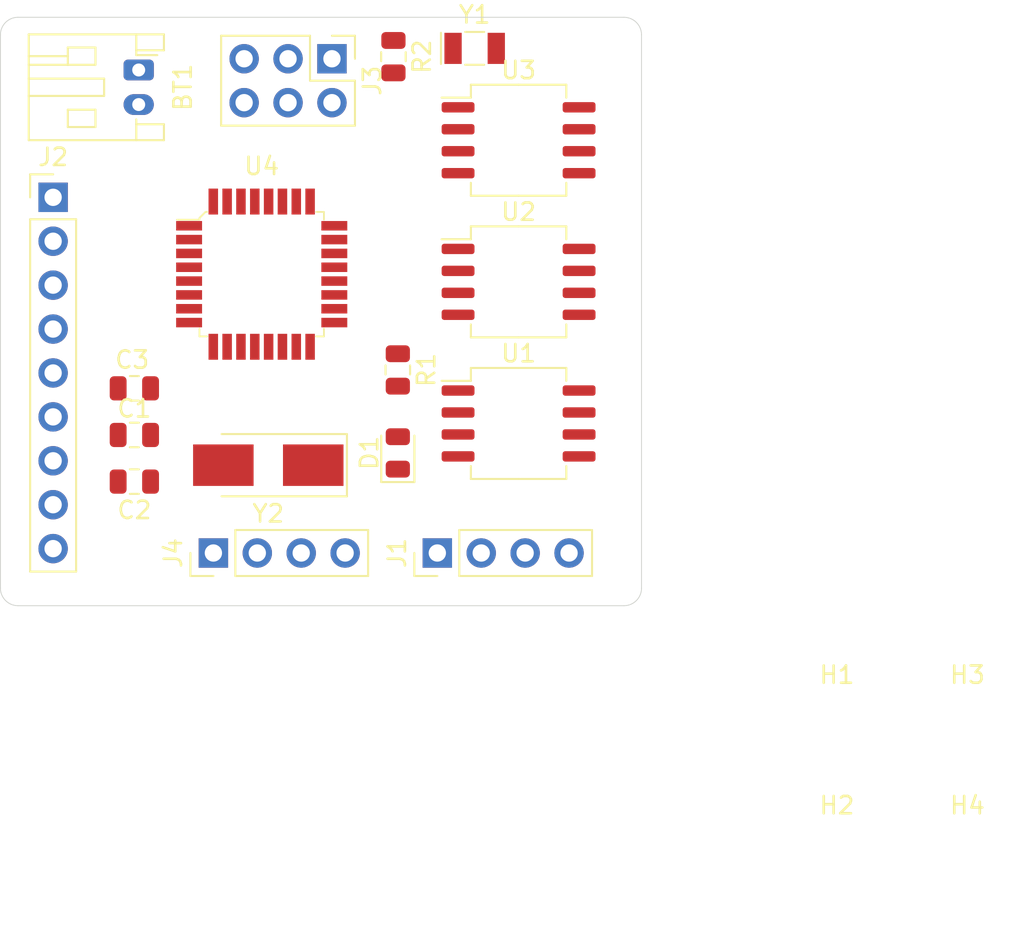
<source format=kicad_pcb>
(kicad_pcb (version 20171130) (host pcbnew 5.1.6)

  (general
    (thickness 1.6)
    (drawings 8)
    (tracks 0)
    (zones 0)
    (modules 21)
    (nets 32)
  )

  (page A4)
  (title_block
    (title BACEE)
    (date 2020-06-28)
    (rev 1)
    (company UFS)
    (comment 1 "Designed by Raphael Cardoso")
    (comment 2 "Battery powered arduino clone with clock and extended eeprom")
  )

  (layers
    (0 F.Cu signal)
    (31 B.Cu signal)
    (32 B.Adhes user)
    (33 F.Adhes user)
    (34 B.Paste user)
    (35 F.Paste user)
    (36 B.SilkS user)
    (37 F.SilkS user)
    (38 B.Mask user)
    (39 F.Mask user)
    (40 Dwgs.User user)
    (41 Cmts.User user)
    (42 Eco1.User user)
    (43 Eco2.User user)
    (44 Edge.Cuts user)
    (45 Margin user)
    (46 B.CrtYd user)
    (47 F.CrtYd user)
    (48 B.Fab user)
    (49 F.Fab user hide)
  )

  (setup
    (last_trace_width 0.25)
    (user_trace_width 0.3)
    (trace_clearance 0.2)
    (zone_clearance 0.508)
    (zone_45_only no)
    (trace_min 0.2)
    (via_size 0.8)
    (via_drill 0.4)
    (via_min_size 0.4)
    (via_min_drill 0.3)
    (user_via 1 0.6)
    (uvia_size 0.3)
    (uvia_drill 0.1)
    (uvias_allowed no)
    (uvia_min_size 0.2)
    (uvia_min_drill 0.1)
    (edge_width 0.05)
    (segment_width 0.2)
    (pcb_text_width 0.3)
    (pcb_text_size 1.5 1.5)
    (mod_edge_width 0.12)
    (mod_text_size 1 1)
    (mod_text_width 0.15)
    (pad_size 1.524 1.524)
    (pad_drill 0.762)
    (pad_to_mask_clearance 0.05)
    (aux_axis_origin 0 0)
    (visible_elements FFFFFF7F)
    (pcbplotparams
      (layerselection 0x010fc_ffffffff)
      (usegerberextensions false)
      (usegerberattributes true)
      (usegerberadvancedattributes true)
      (creategerberjobfile true)
      (excludeedgelayer true)
      (linewidth 0.100000)
      (plotframeref false)
      (viasonmask false)
      (mode 1)
      (useauxorigin false)
      (hpglpennumber 1)
      (hpglpenspeed 20)
      (hpglpendiameter 15.000000)
      (psnegative false)
      (psa4output false)
      (plotreference true)
      (plotvalue true)
      (plotinvisibletext false)
      (padsonsilk false)
      (subtractmaskfromsilk false)
      (outputformat 1)
      (mirror false)
      (drillshape 1)
      (scaleselection 1)
      (outputdirectory ""))
  )

  (net 0 "")
  (net 1 /VCC)
  (net 2 GND)
  (net 3 "Net-(C1-Pad1)")
  (net 4 "Net-(C2-Pad1)")
  (net 5 "Net-(D1-Pad2)")
  (net 6 /TX)
  (net 7 /RX)
  (net 8 /D2)
  (net 9 /D3)
  (net 10 /D4)
  (net 11 /D5)
  (net 12 /D6)
  (net 13 /D7)
  (net 14 /D8)
  (net 15 /MISO)
  (net 16 /SCK)
  (net 17 /MOSI)
  (net 18 /RESET)
  (net 19 /SDA)
  (net 20 "Net-(R1-Pad1)")
  (net 21 /ADSS1)
  (net 22 /ADSS2)
  (net 23 "Net-(U3-Pad7)")
  (net 24 "Net-(U3-Pad2)")
  (net 25 "Net-(U3-Pad1)")
  (net 26 "Net-(U4-Pad13)")
  (net 27 "Net-(U4-Pad14)")
  (net 28 "Net-(U4-Pad19)")
  (net 29 "Net-(U4-Pad22)")
  (net 30 "Net-(U4-Pad25)")
  (net 31 "Net-(U4-Pad26)")

  (net_class Default "This is the default net class."
    (clearance 0.2)
    (trace_width 0.25)
    (via_dia 0.8)
    (via_drill 0.4)
    (uvia_dia 0.3)
    (uvia_drill 0.1)
    (add_net /ADSS1)
    (add_net /ADSS2)
    (add_net /D2)
    (add_net /D3)
    (add_net /D4)
    (add_net /D5)
    (add_net /D6)
    (add_net /D7)
    (add_net /D8)
    (add_net /MISO)
    (add_net /MOSI)
    (add_net /RESET)
    (add_net /RX)
    (add_net /SCK)
    (add_net /SDA)
    (add_net /TX)
    (add_net /VCC)
    (add_net GND)
    (add_net "Net-(C1-Pad1)")
    (add_net "Net-(C2-Pad1)")
    (add_net "Net-(D1-Pad2)")
    (add_net "Net-(R1-Pad1)")
    (add_net "Net-(U3-Pad1)")
    (add_net "Net-(U3-Pad2)")
    (add_net "Net-(U3-Pad7)")
    (add_net "Net-(U4-Pad13)")
    (add_net "Net-(U4-Pad14)")
    (add_net "Net-(U4-Pad19)")
    (add_net "Net-(U4-Pad22)")
    (add_net "Net-(U4-Pad25)")
    (add_net "Net-(U4-Pad26)")
  )

  (module MountingHole:MountingHole_3mm (layer F.Cu) (tedit 56D1B4CB) (tstamp 5EF9EA2E)
    (at 175.317 141.535)
    (descr "Mounting Hole 3mm, no annular")
    (tags "mounting hole 3mm no annular")
    (path /5F11266E)
    (attr virtual)
    (fp_text reference H4 (at 0 -4) (layer F.SilkS)
      (effects (font (size 1 1) (thickness 0.15)))
    )
    (fp_text value MountingHole (at 0 4) (layer F.Fab)
      (effects (font (size 1 1) (thickness 0.15)))
    )
    (fp_text user %R (at 0.3 0) (layer F.Fab)
      (effects (font (size 1 1) (thickness 0.15)))
    )
    (fp_circle (center 0 0) (end 3 0) (layer Cmts.User) (width 0.15))
    (fp_circle (center 0 0) (end 3.25 0) (layer F.CrtYd) (width 0.05))
    (pad 1 np_thru_hole circle (at 0 0) (size 3 3) (drill 3) (layers *.Cu *.Mask))
  )

  (module MountingHole:MountingHole_3mm (layer F.Cu) (tedit 56D1B4CB) (tstamp 5EF9EA26)
    (at 175.317 133.985)
    (descr "Mounting Hole 3mm, no annular")
    (tags "mounting hole 3mm no annular")
    (path /5F11244C)
    (attr virtual)
    (fp_text reference H3 (at 0 -4) (layer F.SilkS)
      (effects (font (size 1 1) (thickness 0.15)))
    )
    (fp_text value MountingHole (at 0 4) (layer F.Fab)
      (effects (font (size 1 1) (thickness 0.15)))
    )
    (fp_text user %R (at 0.3 0) (layer F.Fab)
      (effects (font (size 1 1) (thickness 0.15)))
    )
    (fp_circle (center 0 0) (end 3 0) (layer Cmts.User) (width 0.15))
    (fp_circle (center 0 0) (end 3.25 0) (layer F.CrtYd) (width 0.05))
    (pad 1 np_thru_hole circle (at 0 0) (size 3 3) (drill 3) (layers *.Cu *.Mask))
  )

  (module MountingHole:MountingHole_3mm (layer F.Cu) (tedit 56D1B4CB) (tstamp 5EF9EA1E)
    (at 167.767 141.535)
    (descr "Mounting Hole 3mm, no annular")
    (tags "mounting hole 3mm no annular")
    (path /5F111EAB)
    (attr virtual)
    (fp_text reference H2 (at 0 -4) (layer F.SilkS)
      (effects (font (size 1 1) (thickness 0.15)))
    )
    (fp_text value MountingHole (at 0 4) (layer F.Fab)
      (effects (font (size 1 1) (thickness 0.15)))
    )
    (fp_text user %R (at 0.3 0) (layer F.Fab)
      (effects (font (size 1 1) (thickness 0.15)))
    )
    (fp_circle (center 0 0) (end 3 0) (layer Cmts.User) (width 0.15))
    (fp_circle (center 0 0) (end 3.25 0) (layer F.CrtYd) (width 0.05))
    (pad 1 np_thru_hole circle (at 0 0) (size 3 3) (drill 3) (layers *.Cu *.Mask))
  )

  (module MountingHole:MountingHole_3mm (layer F.Cu) (tedit 56D1B4CB) (tstamp 5EF9EA16)
    (at 167.767 133.985)
    (descr "Mounting Hole 3mm, no annular")
    (tags "mounting hole 3mm no annular")
    (path /5F1118A8)
    (attr virtual)
    (fp_text reference H1 (at 0 -4) (layer F.SilkS)
      (effects (font (size 1 1) (thickness 0.15)))
    )
    (fp_text value MountingHole (at 0 4) (layer F.Fab)
      (effects (font (size 1 1) (thickness 0.15)))
    )
    (fp_text user %R (at 0.3 0) (layer F.Fab)
      (effects (font (size 1 1) (thickness 0.15)))
    )
    (fp_circle (center 0 0) (end 3 0) (layer Cmts.User) (width 0.15))
    (fp_circle (center 0 0) (end 3.25 0) (layer F.CrtYd) (width 0.05))
    (pad 1 np_thru_hole circle (at 0 0) (size 3 3) (drill 3) (layers *.Cu *.Mask))
  )

  (module Connector_JST:JST_PH_S2B-PH-K_1x02_P2.00mm_Horizontal locked (layer F.Cu) (tedit 5B7745C6) (tstamp 5EF9CDE6)
    (at 127.378 94.996 270)
    (descr "JST PH series connector, S2B-PH-K (http://www.jst-mfg.com/product/pdf/eng/ePH.pdf), generated with kicad-footprint-generator")
    (tags "connector JST PH top entry")
    (path /5F03198A)
    (fp_text reference BT1 (at 1 -2.55 90) (layer F.SilkS)
      (effects (font (size 1 1) (thickness 0.15)))
    )
    (fp_text value "Battery 3V" (at 1 7.45 90) (layer F.Fab)
      (effects (font (size 1 1) (thickness 0.15)))
    )
    (fp_line (start 0.5 1.375) (end 0 0.875) (layer F.Fab) (width 0.1))
    (fp_line (start -0.5 1.375) (end 0.5 1.375) (layer F.Fab) (width 0.1))
    (fp_line (start 0 0.875) (end -0.5 1.375) (layer F.Fab) (width 0.1))
    (fp_line (start -0.86 0.14) (end -0.86 -1.075) (layer F.SilkS) (width 0.12))
    (fp_line (start 3.25 0.25) (end -1.25 0.25) (layer F.Fab) (width 0.1))
    (fp_line (start 3.25 -1.35) (end 3.25 0.25) (layer F.Fab) (width 0.1))
    (fp_line (start 3.95 -1.35) (end 3.25 -1.35) (layer F.Fab) (width 0.1))
    (fp_line (start 3.95 6.25) (end 3.95 -1.35) (layer F.Fab) (width 0.1))
    (fp_line (start -1.95 6.25) (end 3.95 6.25) (layer F.Fab) (width 0.1))
    (fp_line (start -1.95 -1.35) (end -1.95 6.25) (layer F.Fab) (width 0.1))
    (fp_line (start -1.25 -1.35) (end -1.95 -1.35) (layer F.Fab) (width 0.1))
    (fp_line (start -1.25 0.25) (end -1.25 -1.35) (layer F.Fab) (width 0.1))
    (fp_line (start 4.45 -1.85) (end -2.45 -1.85) (layer F.CrtYd) (width 0.05))
    (fp_line (start 4.45 6.75) (end 4.45 -1.85) (layer F.CrtYd) (width 0.05))
    (fp_line (start -2.45 6.75) (end 4.45 6.75) (layer F.CrtYd) (width 0.05))
    (fp_line (start -2.45 -1.85) (end -2.45 6.75) (layer F.CrtYd) (width 0.05))
    (fp_line (start -0.8 4.1) (end -0.8 6.36) (layer F.SilkS) (width 0.12))
    (fp_line (start -0.3 4.1) (end -0.3 6.36) (layer F.SilkS) (width 0.12))
    (fp_line (start 2.3 2.5) (end 3.3 2.5) (layer F.SilkS) (width 0.12))
    (fp_line (start 2.3 4.1) (end 2.3 2.5) (layer F.SilkS) (width 0.12))
    (fp_line (start 3.3 4.1) (end 2.3 4.1) (layer F.SilkS) (width 0.12))
    (fp_line (start 3.3 2.5) (end 3.3 4.1) (layer F.SilkS) (width 0.12))
    (fp_line (start -0.3 2.5) (end -1.3 2.5) (layer F.SilkS) (width 0.12))
    (fp_line (start -0.3 4.1) (end -0.3 2.5) (layer F.SilkS) (width 0.12))
    (fp_line (start -1.3 4.1) (end -0.3 4.1) (layer F.SilkS) (width 0.12))
    (fp_line (start -1.3 2.5) (end -1.3 4.1) (layer F.SilkS) (width 0.12))
    (fp_line (start 4.06 0.14) (end 3.14 0.14) (layer F.SilkS) (width 0.12))
    (fp_line (start -2.06 0.14) (end -1.14 0.14) (layer F.SilkS) (width 0.12))
    (fp_line (start 1.5 2) (end 1.5 6.36) (layer F.SilkS) (width 0.12))
    (fp_line (start 0.5 2) (end 1.5 2) (layer F.SilkS) (width 0.12))
    (fp_line (start 0.5 6.36) (end 0.5 2) (layer F.SilkS) (width 0.12))
    (fp_line (start 3.14 0.14) (end 2.86 0.14) (layer F.SilkS) (width 0.12))
    (fp_line (start 3.14 -1.46) (end 3.14 0.14) (layer F.SilkS) (width 0.12))
    (fp_line (start 4.06 -1.46) (end 3.14 -1.46) (layer F.SilkS) (width 0.12))
    (fp_line (start 4.06 6.36) (end 4.06 -1.46) (layer F.SilkS) (width 0.12))
    (fp_line (start -2.06 6.36) (end 4.06 6.36) (layer F.SilkS) (width 0.12))
    (fp_line (start -2.06 -1.46) (end -2.06 6.36) (layer F.SilkS) (width 0.12))
    (fp_line (start -1.14 -1.46) (end -2.06 -1.46) (layer F.SilkS) (width 0.12))
    (fp_line (start -1.14 0.14) (end -1.14 -1.46) (layer F.SilkS) (width 0.12))
    (fp_line (start -0.86 0.14) (end -1.14 0.14) (layer F.SilkS) (width 0.12))
    (fp_text user %R (at 1 2.5 90) (layer F.Fab)
      (effects (font (size 1 1) (thickness 0.15)))
    )
    (pad 1 thru_hole roundrect (at 0 0 270) (size 1.2 1.75) (drill 0.75) (layers *.Cu *.Mask) (roundrect_rratio 0.208333)
      (net 1 /VCC))
    (pad 2 thru_hole oval (at 2 0 270) (size 1.2 1.75) (drill 0.75) (layers *.Cu *.Mask)
      (net 2 GND))
    (model ${KISYS3DMOD}/Connector_JST.3dshapes/JST_PH_S2B-PH-K_1x02_P2.00mm_Horizontal.wrl
      (at (xyz 0 0 0))
      (scale (xyz 1 1 1))
      (rotate (xyz 0 0 0))
    )
  )

  (module Capacitor_SMD:C_0805_2012Metric (layer F.Cu) (tedit 5B36C52B) (tstamp 5EFA0A67)
    (at 127.127 116.1085 180)
    (descr "Capacitor SMD 0805 (2012 Metric), square (rectangular) end terminal, IPC_7351 nominal, (Body size source: https://docs.google.com/spreadsheets/d/1BsfQQcO9C6DZCsRaXUlFlo91Tg2WpOkGARC1WS5S8t0/edit?usp=sharing), generated with kicad-footprint-generator")
    (tags capacitor)
    (path /5F0331D2)
    (attr smd)
    (fp_text reference C1 (at 0 1.524) (layer F.SilkS)
      (effects (font (size 1 1) (thickness 0.15)))
    )
    (fp_text value 22pF (at 0 1.65) (layer F.Fab)
      (effects (font (size 1 1) (thickness 0.15)))
    )
    (fp_line (start 1.68 0.95) (end -1.68 0.95) (layer F.CrtYd) (width 0.05))
    (fp_line (start 1.68 -0.95) (end 1.68 0.95) (layer F.CrtYd) (width 0.05))
    (fp_line (start -1.68 -0.95) (end 1.68 -0.95) (layer F.CrtYd) (width 0.05))
    (fp_line (start -1.68 0.95) (end -1.68 -0.95) (layer F.CrtYd) (width 0.05))
    (fp_line (start -0.258578 0.71) (end 0.258578 0.71) (layer F.SilkS) (width 0.12))
    (fp_line (start -0.258578 -0.71) (end 0.258578 -0.71) (layer F.SilkS) (width 0.12))
    (fp_line (start 1 0.6) (end -1 0.6) (layer F.Fab) (width 0.1))
    (fp_line (start 1 -0.6) (end 1 0.6) (layer F.Fab) (width 0.1))
    (fp_line (start -1 -0.6) (end 1 -0.6) (layer F.Fab) (width 0.1))
    (fp_line (start -1 0.6) (end -1 -0.6) (layer F.Fab) (width 0.1))
    (fp_text user %R (at 0 0) (layer F.Fab)
      (effects (font (size 0.5 0.5) (thickness 0.08)))
    )
    (pad 1 smd roundrect (at -0.9375 0 180) (size 0.975 1.4) (layers F.Cu F.Paste F.Mask) (roundrect_rratio 0.25)
      (net 3 "Net-(C1-Pad1)"))
    (pad 2 smd roundrect (at 0.9375 0 180) (size 0.975 1.4) (layers F.Cu F.Paste F.Mask) (roundrect_rratio 0.25)
      (net 2 GND))
    (model ${KISYS3DMOD}/Capacitor_SMD.3dshapes/C_0805_2012Metric.wrl
      (at (xyz 0 0 0))
      (scale (xyz 1 1 1))
      (rotate (xyz 0 0 0))
    )
  )

  (module Capacitor_SMD:C_0805_2012Metric (layer F.Cu) (tedit 5B36C52B) (tstamp 5EFA0D7D)
    (at 127.127 118.806 180)
    (descr "Capacitor SMD 0805 (2012 Metric), square (rectangular) end terminal, IPC_7351 nominal, (Body size source: https://docs.google.com/spreadsheets/d/1BsfQQcO9C6DZCsRaXUlFlo91Tg2WpOkGARC1WS5S8t0/edit?usp=sharing), generated with kicad-footprint-generator")
    (tags capacitor)
    (path /5F032A7C)
    (attr smd)
    (fp_text reference C2 (at 0 -1.65) (layer F.SilkS)
      (effects (font (size 1 1) (thickness 0.15)))
    )
    (fp_text value 22pF (at 0 1.65) (layer F.Fab)
      (effects (font (size 1 1) (thickness 0.15)))
    )
    (fp_text user %R (at 0 0) (layer F.Fab)
      (effects (font (size 0.5 0.5) (thickness 0.08)))
    )
    (fp_line (start -1 0.6) (end -1 -0.6) (layer F.Fab) (width 0.1))
    (fp_line (start -1 -0.6) (end 1 -0.6) (layer F.Fab) (width 0.1))
    (fp_line (start 1 -0.6) (end 1 0.6) (layer F.Fab) (width 0.1))
    (fp_line (start 1 0.6) (end -1 0.6) (layer F.Fab) (width 0.1))
    (fp_line (start -0.258578 -0.71) (end 0.258578 -0.71) (layer F.SilkS) (width 0.12))
    (fp_line (start -0.258578 0.71) (end 0.258578 0.71) (layer F.SilkS) (width 0.12))
    (fp_line (start -1.68 0.95) (end -1.68 -0.95) (layer F.CrtYd) (width 0.05))
    (fp_line (start -1.68 -0.95) (end 1.68 -0.95) (layer F.CrtYd) (width 0.05))
    (fp_line (start 1.68 -0.95) (end 1.68 0.95) (layer F.CrtYd) (width 0.05))
    (fp_line (start 1.68 0.95) (end -1.68 0.95) (layer F.CrtYd) (width 0.05))
    (pad 2 smd roundrect (at 0.9375 0 180) (size 0.975 1.4) (layers F.Cu F.Paste F.Mask) (roundrect_rratio 0.25)
      (net 2 GND))
    (pad 1 smd roundrect (at -0.9375 0 180) (size 0.975 1.4) (layers F.Cu F.Paste F.Mask) (roundrect_rratio 0.25)
      (net 4 "Net-(C2-Pad1)"))
    (model ${KISYS3DMOD}/Capacitor_SMD.3dshapes/C_0805_2012Metric.wrl
      (at (xyz 0 0 0))
      (scale (xyz 1 1 1))
      (rotate (xyz 0 0 0))
    )
  )

  (module Capacitor_SMD:C_0805_2012Metric (layer F.Cu) (tedit 5B36C52B) (tstamp 5EFA09DD)
    (at 127.127 113.411)
    (descr "Capacitor SMD 0805 (2012 Metric), square (rectangular) end terminal, IPC_7351 nominal, (Body size source: https://docs.google.com/spreadsheets/d/1BsfQQcO9C6DZCsRaXUlFlo91Tg2WpOkGARC1WS5S8t0/edit?usp=sharing), generated with kicad-footprint-generator")
    (tags capacitor)
    (path /5F032422)
    (attr smd)
    (fp_text reference C3 (at -0.127 -1.651 180) (layer F.SilkS)
      (effects (font (size 1 1) (thickness 0.15)))
    )
    (fp_text value 10uF (at 0 1.65) (layer F.Fab)
      (effects (font (size 1 1) (thickness 0.15)))
    )
    (fp_line (start 1.68 0.95) (end -1.68 0.95) (layer F.CrtYd) (width 0.05))
    (fp_line (start 1.68 -0.95) (end 1.68 0.95) (layer F.CrtYd) (width 0.05))
    (fp_line (start -1.68 -0.95) (end 1.68 -0.95) (layer F.CrtYd) (width 0.05))
    (fp_line (start -1.68 0.95) (end -1.68 -0.95) (layer F.CrtYd) (width 0.05))
    (fp_line (start -0.258578 0.71) (end 0.258578 0.71) (layer F.SilkS) (width 0.12))
    (fp_line (start -0.258578 -0.71) (end 0.258578 -0.71) (layer F.SilkS) (width 0.12))
    (fp_line (start 1 0.6) (end -1 0.6) (layer F.Fab) (width 0.1))
    (fp_line (start 1 -0.6) (end 1 0.6) (layer F.Fab) (width 0.1))
    (fp_line (start -1 -0.6) (end 1 -0.6) (layer F.Fab) (width 0.1))
    (fp_line (start -1 0.6) (end -1 -0.6) (layer F.Fab) (width 0.1))
    (fp_text user %R (at 0 0) (layer F.Fab)
      (effects (font (size 0.5 0.5) (thickness 0.08)))
    )
    (pad 1 smd roundrect (at -0.9375 0) (size 0.975 1.4) (layers F.Cu F.Paste F.Mask) (roundrect_rratio 0.25)
      (net 1 /VCC))
    (pad 2 smd roundrect (at 0.9375 0) (size 0.975 1.4) (layers F.Cu F.Paste F.Mask) (roundrect_rratio 0.25)
      (net 2 GND))
    (model ${KISYS3DMOD}/Capacitor_SMD.3dshapes/C_0805_2012Metric.wrl
      (at (xyz 0 0 0))
      (scale (xyz 1 1 1))
      (rotate (xyz 0 0 0))
    )
  )

  (module LED_SMD:LED_0805_2012Metric (layer F.Cu) (tedit 5B36C52C) (tstamp 5EF9CE2C)
    (at 142.367 117.147 90)
    (descr "LED SMD 0805 (2012 Metric), square (rectangular) end terminal, IPC_7351 nominal, (Body size source: https://docs.google.com/spreadsheets/d/1BsfQQcO9C6DZCsRaXUlFlo91Tg2WpOkGARC1WS5S8t0/edit?usp=sharing), generated with kicad-footprint-generator")
    (tags diode)
    (path /5F032E32)
    (attr smd)
    (fp_text reference D1 (at 0 -1.65 90) (layer F.SilkS)
      (effects (font (size 1 1) (thickness 0.15)))
    )
    (fp_text value LED (at 0 1.65 90) (layer F.Fab)
      (effects (font (size 1 1) (thickness 0.15)))
    )
    (fp_line (start 1.68 0.95) (end -1.68 0.95) (layer F.CrtYd) (width 0.05))
    (fp_line (start 1.68 -0.95) (end 1.68 0.95) (layer F.CrtYd) (width 0.05))
    (fp_line (start -1.68 -0.95) (end 1.68 -0.95) (layer F.CrtYd) (width 0.05))
    (fp_line (start -1.68 0.95) (end -1.68 -0.95) (layer F.CrtYd) (width 0.05))
    (fp_line (start -1.685 0.96) (end 1 0.96) (layer F.SilkS) (width 0.12))
    (fp_line (start -1.685 -0.96) (end -1.685 0.96) (layer F.SilkS) (width 0.12))
    (fp_line (start 1 -0.96) (end -1.685 -0.96) (layer F.SilkS) (width 0.12))
    (fp_line (start 1 0.6) (end 1 -0.6) (layer F.Fab) (width 0.1))
    (fp_line (start -1 0.6) (end 1 0.6) (layer F.Fab) (width 0.1))
    (fp_line (start -1 -0.3) (end -1 0.6) (layer F.Fab) (width 0.1))
    (fp_line (start -0.7 -0.6) (end -1 -0.3) (layer F.Fab) (width 0.1))
    (fp_line (start 1 -0.6) (end -0.7 -0.6) (layer F.Fab) (width 0.1))
    (fp_text user %R (at 0 0 90) (layer F.Fab)
      (effects (font (size 0.5 0.5) (thickness 0.08)))
    )
    (pad 1 smd roundrect (at -0.9375 0 90) (size 0.975 1.4) (layers F.Cu F.Paste F.Mask) (roundrect_rratio 0.25)
      (net 2 GND))
    (pad 2 smd roundrect (at 0.9375 0 90) (size 0.975 1.4) (layers F.Cu F.Paste F.Mask) (roundrect_rratio 0.25)
      (net 5 "Net-(D1-Pad2)"))
    (model ${KISYS3DMOD}/LED_SMD.3dshapes/LED_0805_2012Metric.wrl
      (at (xyz 0 0 0))
      (scale (xyz 1 1 1))
      (rotate (xyz 0 0 0))
    )
  )

  (module Connector_PinHeader_2.54mm:PinHeader_1x04_P2.54mm_Vertical (layer F.Cu) (tedit 59FED5CC) (tstamp 5EF9DC3D)
    (at 144.652 122.936 90)
    (descr "Through hole straight pin header, 1x04, 2.54mm pitch, single row")
    (tags "Through hole pin header THT 1x04 2.54mm single row")
    (path /5F03AF31/5F03C469)
    (fp_text reference J1 (at 0 -2.33 90) (layer F.SilkS)
      (effects (font (size 1 1) (thickness 0.15)))
    )
    (fp_text value Serial (at 0 9.95 90) (layer F.Fab)
      (effects (font (size 1 1) (thickness 0.15)))
    )
    (fp_text user %R (at 0 3.81) (layer F.Fab)
      (effects (font (size 1 1) (thickness 0.15)))
    )
    (fp_line (start -0.635 -1.27) (end 1.27 -1.27) (layer F.Fab) (width 0.1))
    (fp_line (start 1.27 -1.27) (end 1.27 8.89) (layer F.Fab) (width 0.1))
    (fp_line (start 1.27 8.89) (end -1.27 8.89) (layer F.Fab) (width 0.1))
    (fp_line (start -1.27 8.89) (end -1.27 -0.635) (layer F.Fab) (width 0.1))
    (fp_line (start -1.27 -0.635) (end -0.635 -1.27) (layer F.Fab) (width 0.1))
    (fp_line (start -1.33 8.95) (end 1.33 8.95) (layer F.SilkS) (width 0.12))
    (fp_line (start -1.33 1.27) (end -1.33 8.95) (layer F.SilkS) (width 0.12))
    (fp_line (start 1.33 1.27) (end 1.33 8.95) (layer F.SilkS) (width 0.12))
    (fp_line (start -1.33 1.27) (end 1.33 1.27) (layer F.SilkS) (width 0.12))
    (fp_line (start -1.33 0) (end -1.33 -1.33) (layer F.SilkS) (width 0.12))
    (fp_line (start -1.33 -1.33) (end 0 -1.33) (layer F.SilkS) (width 0.12))
    (fp_line (start -1.8 -1.8) (end -1.8 9.4) (layer F.CrtYd) (width 0.05))
    (fp_line (start -1.8 9.4) (end 1.8 9.4) (layer F.CrtYd) (width 0.05))
    (fp_line (start 1.8 9.4) (end 1.8 -1.8) (layer F.CrtYd) (width 0.05))
    (fp_line (start 1.8 -1.8) (end -1.8 -1.8) (layer F.CrtYd) (width 0.05))
    (pad 4 thru_hole oval (at 0 7.62 90) (size 1.7 1.7) (drill 1) (layers *.Cu *.Mask)
      (net 6 /TX))
    (pad 3 thru_hole oval (at 0 5.08 90) (size 1.7 1.7) (drill 1) (layers *.Cu *.Mask)
      (net 7 /RX))
    (pad 2 thru_hole oval (at 0 2.54 90) (size 1.7 1.7) (drill 1) (layers *.Cu *.Mask)
      (net 1 /VCC))
    (pad 1 thru_hole rect (at 0 0 90) (size 1.7 1.7) (drill 1) (layers *.Cu *.Mask)
      (net 2 GND))
    (model ${KISYS3DMOD}/Connector_PinHeader_2.54mm.3dshapes/PinHeader_1x04_P2.54mm_Vertical.wrl
      (at (xyz 0 0 0))
      (scale (xyz 1 1 1))
      (rotate (xyz 0 0 0))
    )
  )

  (module Connector_PinHeader_2.54mm:PinHeader_1x09_P2.54mm_Vertical (layer F.Cu) (tedit 59FED5CC) (tstamp 5EF9CE61)
    (at 122.428 102.362)
    (descr "Through hole straight pin header, 1x09, 2.54mm pitch, single row")
    (tags "Through hole pin header THT 1x09 2.54mm single row")
    (path /5F03AF31/5F03BAF3)
    (fp_text reference J2 (at 0 -2.33) (layer F.SilkS)
      (effects (font (size 1 1) (thickness 0.15)))
    )
    (fp_text value Digital (at 0 22.65) (layer F.Fab)
      (effects (font (size 1 1) (thickness 0.15)))
    )
    (fp_line (start 1.8 -1.8) (end -1.8 -1.8) (layer F.CrtYd) (width 0.05))
    (fp_line (start 1.8 22.1) (end 1.8 -1.8) (layer F.CrtYd) (width 0.05))
    (fp_line (start -1.8 22.1) (end 1.8 22.1) (layer F.CrtYd) (width 0.05))
    (fp_line (start -1.8 -1.8) (end -1.8 22.1) (layer F.CrtYd) (width 0.05))
    (fp_line (start -1.33 -1.33) (end 0 -1.33) (layer F.SilkS) (width 0.12))
    (fp_line (start -1.33 0) (end -1.33 -1.33) (layer F.SilkS) (width 0.12))
    (fp_line (start -1.33 1.27) (end 1.33 1.27) (layer F.SilkS) (width 0.12))
    (fp_line (start 1.33 1.27) (end 1.33 21.65) (layer F.SilkS) (width 0.12))
    (fp_line (start -1.33 1.27) (end -1.33 21.65) (layer F.SilkS) (width 0.12))
    (fp_line (start -1.33 21.65) (end 1.33 21.65) (layer F.SilkS) (width 0.12))
    (fp_line (start -1.27 -0.635) (end -0.635 -1.27) (layer F.Fab) (width 0.1))
    (fp_line (start -1.27 21.59) (end -1.27 -0.635) (layer F.Fab) (width 0.1))
    (fp_line (start 1.27 21.59) (end -1.27 21.59) (layer F.Fab) (width 0.1))
    (fp_line (start 1.27 -1.27) (end 1.27 21.59) (layer F.Fab) (width 0.1))
    (fp_line (start -0.635 -1.27) (end 1.27 -1.27) (layer F.Fab) (width 0.1))
    (fp_text user %R (at 0 10.16 90) (layer F.Fab)
      (effects (font (size 1 1) (thickness 0.15)))
    )
    (pad 1 thru_hole rect (at 0 0) (size 1.7 1.7) (drill 1) (layers *.Cu *.Mask)
      (net 8 /D2))
    (pad 2 thru_hole oval (at 0 2.54) (size 1.7 1.7) (drill 1) (layers *.Cu *.Mask)
      (net 9 /D3))
    (pad 3 thru_hole oval (at 0 5.08) (size 1.7 1.7) (drill 1) (layers *.Cu *.Mask)
      (net 10 /D4))
    (pad 4 thru_hole oval (at 0 7.62) (size 1.7 1.7) (drill 1) (layers *.Cu *.Mask)
      (net 11 /D5))
    (pad 5 thru_hole oval (at 0 10.16) (size 1.7 1.7) (drill 1) (layers *.Cu *.Mask)
      (net 12 /D6))
    (pad 6 thru_hole oval (at 0 12.7) (size 1.7 1.7) (drill 1) (layers *.Cu *.Mask)
      (net 13 /D7))
    (pad 7 thru_hole oval (at 0 15.24) (size 1.7 1.7) (drill 1) (layers *.Cu *.Mask)
      (net 14 /D8))
    (pad 8 thru_hole oval (at 0 17.78) (size 1.7 1.7) (drill 1) (layers *.Cu *.Mask)
      (net 2 GND))
    (pad 9 thru_hole oval (at 0 20.32) (size 1.7 1.7) (drill 1) (layers *.Cu *.Mask)
      (net 1 /VCC))
    (model ${KISYS3DMOD}/Connector_PinHeader_2.54mm.3dshapes/PinHeader_1x09_P2.54mm_Vertical.wrl
      (at (xyz 0 0 0))
      (scale (xyz 1 1 1))
      (rotate (xyz 0 0 0))
    )
  )

  (module Connector_PinHeader_2.54mm:PinHeader_2x03_P2.54mm_Vertical locked (layer F.Cu) (tedit 59FED5CC) (tstamp 5EFA1EEC)
    (at 138.557 94.346 270)
    (descr "Through hole straight pin header, 2x03, 2.54mm pitch, double rows")
    (tags "Through hole pin header THT 2x03 2.54mm double row")
    (path /5F03AF31/5F03D0B3)
    (fp_text reference J3 (at 1.27 -2.33 90) (layer F.SilkS)
      (effects (font (size 1 1) (thickness 0.15)))
    )
    (fp_text value ICSP (at 1.27 7.41 90) (layer F.Fab)
      (effects (font (size 1 1) (thickness 0.15)))
    )
    (fp_line (start 4.35 -1.8) (end -1.8 -1.8) (layer F.CrtYd) (width 0.05))
    (fp_line (start 4.35 6.85) (end 4.35 -1.8) (layer F.CrtYd) (width 0.05))
    (fp_line (start -1.8 6.85) (end 4.35 6.85) (layer F.CrtYd) (width 0.05))
    (fp_line (start -1.8 -1.8) (end -1.8 6.85) (layer F.CrtYd) (width 0.05))
    (fp_line (start -1.33 -1.33) (end 0 -1.33) (layer F.SilkS) (width 0.12))
    (fp_line (start -1.33 0) (end -1.33 -1.33) (layer F.SilkS) (width 0.12))
    (fp_line (start 1.27 -1.33) (end 3.87 -1.33) (layer F.SilkS) (width 0.12))
    (fp_line (start 1.27 1.27) (end 1.27 -1.33) (layer F.SilkS) (width 0.12))
    (fp_line (start -1.33 1.27) (end 1.27 1.27) (layer F.SilkS) (width 0.12))
    (fp_line (start 3.87 -1.33) (end 3.87 6.41) (layer F.SilkS) (width 0.12))
    (fp_line (start -1.33 1.27) (end -1.33 6.41) (layer F.SilkS) (width 0.12))
    (fp_line (start -1.33 6.41) (end 3.87 6.41) (layer F.SilkS) (width 0.12))
    (fp_line (start -1.27 0) (end 0 -1.27) (layer F.Fab) (width 0.1))
    (fp_line (start -1.27 6.35) (end -1.27 0) (layer F.Fab) (width 0.1))
    (fp_line (start 3.81 6.35) (end -1.27 6.35) (layer F.Fab) (width 0.1))
    (fp_line (start 3.81 -1.27) (end 3.81 6.35) (layer F.Fab) (width 0.1))
    (fp_line (start 0 -1.27) (end 3.81 -1.27) (layer F.Fab) (width 0.1))
    (fp_text user %R (at 1.27 2.54) (layer F.Fab)
      (effects (font (size 1 1) (thickness 0.15)))
    )
    (pad 1 thru_hole rect (at 0 0 270) (size 1.7 1.7) (drill 1) (layers *.Cu *.Mask)
      (net 15 /MISO))
    (pad 2 thru_hole oval (at 2.54 0 270) (size 1.7 1.7) (drill 1) (layers *.Cu *.Mask)
      (net 1 /VCC))
    (pad 3 thru_hole oval (at 0 2.54 270) (size 1.7 1.7) (drill 1) (layers *.Cu *.Mask)
      (net 16 /SCK))
    (pad 4 thru_hole oval (at 2.54 2.54 270) (size 1.7 1.7) (drill 1) (layers *.Cu *.Mask)
      (net 17 /MOSI))
    (pad 5 thru_hole oval (at 0 5.08 270) (size 1.7 1.7) (drill 1) (layers *.Cu *.Mask)
      (net 18 /RESET))
    (pad 6 thru_hole oval (at 2.54 5.08 270) (size 1.7 1.7) (drill 1) (layers *.Cu *.Mask)
      (net 2 GND))
    (model ${KISYS3DMOD}/Connector_PinHeader_2.54mm.3dshapes/PinHeader_2x03_P2.54mm_Vertical.wrl
      (at (xyz 0 0 0))
      (scale (xyz 1 1 1))
      (rotate (xyz 0 0 0))
    )
  )

  (module Connector_PinHeader_2.54mm:PinHeader_1x04_P2.54mm_Vertical (layer F.Cu) (tedit 59FED5CC) (tstamp 5EF9CE95)
    (at 131.699 122.936 90)
    (descr "Through hole straight pin header, 1x04, 2.54mm pitch, single row")
    (tags "Through hole pin header THT 1x04 2.54mm single row")
    (path /5F03AF31/5F03D928)
    (fp_text reference J4 (at 0 -2.33 90) (layer F.SilkS)
      (effects (font (size 1 1) (thickness 0.15)))
    )
    (fp_text value I2C (at 0 9.95 90) (layer F.Fab)
      (effects (font (size 1 1) (thickness 0.15)))
    )
    (fp_line (start 1.8 -1.8) (end -1.8 -1.8) (layer F.CrtYd) (width 0.05))
    (fp_line (start 1.8 9.4) (end 1.8 -1.8) (layer F.CrtYd) (width 0.05))
    (fp_line (start -1.8 9.4) (end 1.8 9.4) (layer F.CrtYd) (width 0.05))
    (fp_line (start -1.8 -1.8) (end -1.8 9.4) (layer F.CrtYd) (width 0.05))
    (fp_line (start -1.33 -1.33) (end 0 -1.33) (layer F.SilkS) (width 0.12))
    (fp_line (start -1.33 0) (end -1.33 -1.33) (layer F.SilkS) (width 0.12))
    (fp_line (start -1.33 1.27) (end 1.33 1.27) (layer F.SilkS) (width 0.12))
    (fp_line (start 1.33 1.27) (end 1.33 8.95) (layer F.SilkS) (width 0.12))
    (fp_line (start -1.33 1.27) (end -1.33 8.95) (layer F.SilkS) (width 0.12))
    (fp_line (start -1.33 8.95) (end 1.33 8.95) (layer F.SilkS) (width 0.12))
    (fp_line (start -1.27 -0.635) (end -0.635 -1.27) (layer F.Fab) (width 0.1))
    (fp_line (start -1.27 8.89) (end -1.27 -0.635) (layer F.Fab) (width 0.1))
    (fp_line (start 1.27 8.89) (end -1.27 8.89) (layer F.Fab) (width 0.1))
    (fp_line (start 1.27 -1.27) (end 1.27 8.89) (layer F.Fab) (width 0.1))
    (fp_line (start -0.635 -1.27) (end 1.27 -1.27) (layer F.Fab) (width 0.1))
    (fp_text user %R (at 0 3.81) (layer F.Fab)
      (effects (font (size 1 1) (thickness 0.15)))
    )
    (pad 1 thru_hole rect (at 0 0 90) (size 1.7 1.7) (drill 1) (layers *.Cu *.Mask)
      (net 2 GND))
    (pad 2 thru_hole oval (at 0 2.54 90) (size 1.7 1.7) (drill 1) (layers *.Cu *.Mask)
      (net 1 /VCC))
    (pad 3 thru_hole oval (at 0 5.08 90) (size 1.7 1.7) (drill 1) (layers *.Cu *.Mask)
      (net 19 /SDA))
    (pad 4 thru_hole oval (at 0 7.62 90) (size 1.7 1.7) (drill 1) (layers *.Cu *.Mask)
      (net 16 /SCK))
    (model ${KISYS3DMOD}/Connector_PinHeader_2.54mm.3dshapes/PinHeader_1x04_P2.54mm_Vertical.wrl
      (at (xyz 0 0 0))
      (scale (xyz 1 1 1))
      (rotate (xyz 0 0 0))
    )
  )

  (module Resistor_SMD:R_0805_2012Metric (layer F.Cu) (tedit 5B36C52B) (tstamp 5EF9FBDD)
    (at 142.367 112.3465 270)
    (descr "Resistor SMD 0805 (2012 Metric), square (rectangular) end terminal, IPC_7351 nominal, (Body size source: https://docs.google.com/spreadsheets/d/1BsfQQcO9C6DZCsRaXUlFlo91Tg2WpOkGARC1WS5S8t0/edit?usp=sharing), generated with kicad-footprint-generator")
    (tags resistor)
    (path /5F033AAA)
    (attr smd)
    (fp_text reference R1 (at 0 -1.65 90) (layer F.SilkS)
      (effects (font (size 1 1) (thickness 0.15)))
    )
    (fp_text value 330R (at 0 1.65 90) (layer F.Fab)
      (effects (font (size 1 1) (thickness 0.15)))
    )
    (fp_line (start 1.68 0.95) (end -1.68 0.95) (layer F.CrtYd) (width 0.05))
    (fp_line (start 1.68 -0.95) (end 1.68 0.95) (layer F.CrtYd) (width 0.05))
    (fp_line (start -1.68 -0.95) (end 1.68 -0.95) (layer F.CrtYd) (width 0.05))
    (fp_line (start -1.68 0.95) (end -1.68 -0.95) (layer F.CrtYd) (width 0.05))
    (fp_line (start -0.258578 0.71) (end 0.258578 0.71) (layer F.SilkS) (width 0.12))
    (fp_line (start -0.258578 -0.71) (end 0.258578 -0.71) (layer F.SilkS) (width 0.12))
    (fp_line (start 1 0.6) (end -1 0.6) (layer F.Fab) (width 0.1))
    (fp_line (start 1 -0.6) (end 1 0.6) (layer F.Fab) (width 0.1))
    (fp_line (start -1 -0.6) (end 1 -0.6) (layer F.Fab) (width 0.1))
    (fp_line (start -1 0.6) (end -1 -0.6) (layer F.Fab) (width 0.1))
    (fp_text user %R (at 0 0 90) (layer F.Fab)
      (effects (font (size 0.5 0.5) (thickness 0.08)))
    )
    (pad 1 smd roundrect (at -0.9375 0 270) (size 0.975 1.4) (layers F.Cu F.Paste F.Mask) (roundrect_rratio 0.25)
      (net 20 "Net-(R1-Pad1)"))
    (pad 2 smd roundrect (at 0.9375 0 270) (size 0.975 1.4) (layers F.Cu F.Paste F.Mask) (roundrect_rratio 0.25)
      (net 5 "Net-(D1-Pad2)"))
    (model ${KISYS3DMOD}/Resistor_SMD.3dshapes/R_0805_2012Metric.wrl
      (at (xyz 0 0 0))
      (scale (xyz 1 1 1))
      (rotate (xyz 0 0 0))
    )
  )

  (module Resistor_SMD:R_0805_2012Metric (layer F.Cu) (tedit 5B36C52B) (tstamp 5EFA0570)
    (at 142.113 94.226 270)
    (descr "Resistor SMD 0805 (2012 Metric), square (rectangular) end terminal, IPC_7351 nominal, (Body size source: https://docs.google.com/spreadsheets/d/1BsfQQcO9C6DZCsRaXUlFlo91Tg2WpOkGARC1WS5S8t0/edit?usp=sharing), generated with kicad-footprint-generator")
    (tags resistor)
    (path /5F033ECE)
    (attr smd)
    (fp_text reference R2 (at 0 -1.65 90) (layer F.SilkS)
      (effects (font (size 1 1) (thickness 0.15)))
    )
    (fp_text value 10k (at 0 1.65 90) (layer F.Fab)
      (effects (font (size 1 1) (thickness 0.15)))
    )
    (fp_text user %R (at 0 0 90) (layer F.Fab)
      (effects (font (size 0.5 0.5) (thickness 0.08)))
    )
    (fp_line (start -1 0.6) (end -1 -0.6) (layer F.Fab) (width 0.1))
    (fp_line (start -1 -0.6) (end 1 -0.6) (layer F.Fab) (width 0.1))
    (fp_line (start 1 -0.6) (end 1 0.6) (layer F.Fab) (width 0.1))
    (fp_line (start 1 0.6) (end -1 0.6) (layer F.Fab) (width 0.1))
    (fp_line (start -0.258578 -0.71) (end 0.258578 -0.71) (layer F.SilkS) (width 0.12))
    (fp_line (start -0.258578 0.71) (end 0.258578 0.71) (layer F.SilkS) (width 0.12))
    (fp_line (start -1.68 0.95) (end -1.68 -0.95) (layer F.CrtYd) (width 0.05))
    (fp_line (start -1.68 -0.95) (end 1.68 -0.95) (layer F.CrtYd) (width 0.05))
    (fp_line (start 1.68 -0.95) (end 1.68 0.95) (layer F.CrtYd) (width 0.05))
    (fp_line (start 1.68 0.95) (end -1.68 0.95) (layer F.CrtYd) (width 0.05))
    (pad 2 smd roundrect (at 0.9375 0 270) (size 0.975 1.4) (layers F.Cu F.Paste F.Mask) (roundrect_rratio 0.25)
      (net 1 /VCC))
    (pad 1 smd roundrect (at -0.9375 0 270) (size 0.975 1.4) (layers F.Cu F.Paste F.Mask) (roundrect_rratio 0.25)
      (net 18 /RESET))
    (model ${KISYS3DMOD}/Resistor_SMD.3dshapes/R_0805_2012Metric.wrl
      (at (xyz 0 0 0))
      (scale (xyz 1 1 1))
      (rotate (xyz 0 0 0))
    )
  )

  (module Package_SO:SO-8_5.3x6.2mm_P1.27mm locked (layer F.Cu) (tedit 5EA5315B) (tstamp 5EFA0A1B)
    (at 149.352 115.443)
    (descr "SO, 8 Pin (https://www.ti.com/lit/ml/msop001a/msop001a.pdf), generated with kicad-footprint-generator ipc_gullwing_generator.py")
    (tags "SO SO")
    (path /5F034A3C)
    (attr smd)
    (fp_text reference U1 (at 0 -4.05) (layer F.SilkS)
      (effects (font (size 1 1) (thickness 0.15)))
    )
    (fp_text value 24LC1025 (at 0 4.05) (layer F.Fab)
      (effects (font (size 1 1) (thickness 0.15)))
    )
    (fp_line (start 4.7 -3.35) (end -4.7 -3.35) (layer F.CrtYd) (width 0.05))
    (fp_line (start 4.7 3.35) (end 4.7 -3.35) (layer F.CrtYd) (width 0.05))
    (fp_line (start -4.7 3.35) (end 4.7 3.35) (layer F.CrtYd) (width 0.05))
    (fp_line (start -4.7 -3.35) (end -4.7 3.35) (layer F.CrtYd) (width 0.05))
    (fp_line (start -2.65 -2.1) (end -1.65 -3.1) (layer F.Fab) (width 0.1))
    (fp_line (start -2.65 3.1) (end -2.65 -2.1) (layer F.Fab) (width 0.1))
    (fp_line (start 2.65 3.1) (end -2.65 3.1) (layer F.Fab) (width 0.1))
    (fp_line (start 2.65 -3.1) (end 2.65 3.1) (layer F.Fab) (width 0.1))
    (fp_line (start -1.65 -3.1) (end 2.65 -3.1) (layer F.Fab) (width 0.1))
    (fp_line (start -2.76 -2.465) (end -4.45 -2.465) (layer F.SilkS) (width 0.12))
    (fp_line (start -2.76 -3.21) (end -2.76 -2.465) (layer F.SilkS) (width 0.12))
    (fp_line (start 0 -3.21) (end -2.76 -3.21) (layer F.SilkS) (width 0.12))
    (fp_line (start 2.76 -3.21) (end 2.76 -2.465) (layer F.SilkS) (width 0.12))
    (fp_line (start 0 -3.21) (end 2.76 -3.21) (layer F.SilkS) (width 0.12))
    (fp_line (start -2.76 3.21) (end -2.76 2.465) (layer F.SilkS) (width 0.12))
    (fp_line (start 0 3.21) (end -2.76 3.21) (layer F.SilkS) (width 0.12))
    (fp_line (start 2.76 3.21) (end 2.76 2.465) (layer F.SilkS) (width 0.12))
    (fp_line (start 0 3.21) (end 2.76 3.21) (layer F.SilkS) (width 0.12))
    (fp_text user %R (at 0 0) (layer F.Fab)
      (effects (font (size 1 1) (thickness 0.15)))
    )
    (pad 1 smd roundrect (at -3.5 -1.905) (size 1.9 0.6) (layers F.Cu F.Paste F.Mask) (roundrect_rratio 0.25)
      (net 21 /ADSS1))
    (pad 2 smd roundrect (at -3.5 -0.635) (size 1.9 0.6) (layers F.Cu F.Paste F.Mask) (roundrect_rratio 0.25)
      (net 22 /ADSS2))
    (pad 3 smd roundrect (at -3.5 0.635) (size 1.9 0.6) (layers F.Cu F.Paste F.Mask) (roundrect_rratio 0.25)
      (net 1 /VCC))
    (pad 4 smd roundrect (at -3.5 1.905) (size 1.9 0.6) (layers F.Cu F.Paste F.Mask) (roundrect_rratio 0.25)
      (net 2 GND))
    (pad 5 smd roundrect (at 3.5 1.905) (size 1.9 0.6) (layers F.Cu F.Paste F.Mask) (roundrect_rratio 0.25)
      (net 19 /SDA))
    (pad 6 smd roundrect (at 3.5 0.635) (size 1.9 0.6) (layers F.Cu F.Paste F.Mask) (roundrect_rratio 0.25)
      (net 16 /SCK))
    (pad 7 smd roundrect (at 3.5 -0.635) (size 1.9 0.6) (layers F.Cu F.Paste F.Mask) (roundrect_rratio 0.25)
      (net 2 GND))
    (pad 8 smd roundrect (at 3.5 -1.905) (size 1.9 0.6) (layers F.Cu F.Paste F.Mask) (roundrect_rratio 0.25)
      (net 1 /VCC))
    (model ${KISYS3DMOD}/Package_SO.3dshapes/SO-8_5.3x6.2mm_P1.27mm.wrl
      (at (xyz 0 0 0))
      (scale (xyz 1 1 1))
      (rotate (xyz 0 0 0))
    )
  )

  (module Package_SO:SO-8_5.3x6.2mm_P1.27mm (layer F.Cu) (tedit 5EA5315B) (tstamp 5EFA0943)
    (at 149.352 107.2515)
    (descr "SO, 8 Pin (https://www.ti.com/lit/ml/msop001a/msop001a.pdf), generated with kicad-footprint-generator ipc_gullwing_generator.py")
    (tags "SO SO")
    (path /5F05520E)
    (attr smd)
    (fp_text reference U2 (at 0 -4.05) (layer F.SilkS)
      (effects (font (size 1 1) (thickness 0.15)))
    )
    (fp_text value 24LC1025 (at 0 4.05) (layer F.Fab)
      (effects (font (size 1 1) (thickness 0.15)))
    )
    (fp_line (start 4.7 -3.35) (end -4.7 -3.35) (layer F.CrtYd) (width 0.05))
    (fp_line (start 4.7 3.35) (end 4.7 -3.35) (layer F.CrtYd) (width 0.05))
    (fp_line (start -4.7 3.35) (end 4.7 3.35) (layer F.CrtYd) (width 0.05))
    (fp_line (start -4.7 -3.35) (end -4.7 3.35) (layer F.CrtYd) (width 0.05))
    (fp_line (start -2.65 -2.1) (end -1.65 -3.1) (layer F.Fab) (width 0.1))
    (fp_line (start -2.65 3.1) (end -2.65 -2.1) (layer F.Fab) (width 0.1))
    (fp_line (start 2.65 3.1) (end -2.65 3.1) (layer F.Fab) (width 0.1))
    (fp_line (start 2.65 -3.1) (end 2.65 3.1) (layer F.Fab) (width 0.1))
    (fp_line (start -1.65 -3.1) (end 2.65 -3.1) (layer F.Fab) (width 0.1))
    (fp_line (start -2.76 -2.465) (end -4.45 -2.465) (layer F.SilkS) (width 0.12))
    (fp_line (start -2.76 -3.21) (end -2.76 -2.465) (layer F.SilkS) (width 0.12))
    (fp_line (start 0 -3.21) (end -2.76 -3.21) (layer F.SilkS) (width 0.12))
    (fp_line (start 2.76 -3.21) (end 2.76 -2.465) (layer F.SilkS) (width 0.12))
    (fp_line (start 0 -3.21) (end 2.76 -3.21) (layer F.SilkS) (width 0.12))
    (fp_line (start -2.76 3.21) (end -2.76 2.465) (layer F.SilkS) (width 0.12))
    (fp_line (start 0 3.21) (end -2.76 3.21) (layer F.SilkS) (width 0.12))
    (fp_line (start 2.76 3.21) (end 2.76 2.465) (layer F.SilkS) (width 0.12))
    (fp_line (start 0 3.21) (end 2.76 3.21) (layer F.SilkS) (width 0.12))
    (fp_text user %R (at 0 0) (layer F.Fab)
      (effects (font (size 1 1) (thickness 0.15)))
    )
    (pad 1 smd roundrect (at -3.5 -1.905) (size 1.9 0.6) (layers F.Cu F.Paste F.Mask) (roundrect_rratio 0.25)
      (net 21 /ADSS1))
    (pad 2 smd roundrect (at -3.5 -0.635) (size 1.9 0.6) (layers F.Cu F.Paste F.Mask) (roundrect_rratio 0.25)
      (net 22 /ADSS2))
    (pad 3 smd roundrect (at -3.5 0.635) (size 1.9 0.6) (layers F.Cu F.Paste F.Mask) (roundrect_rratio 0.25)
      (net 1 /VCC))
    (pad 4 smd roundrect (at -3.5 1.905) (size 1.9 0.6) (layers F.Cu F.Paste F.Mask) (roundrect_rratio 0.25)
      (net 2 GND))
    (pad 5 smd roundrect (at 3.5 1.905) (size 1.9 0.6) (layers F.Cu F.Paste F.Mask) (roundrect_rratio 0.25)
      (net 19 /SDA))
    (pad 6 smd roundrect (at 3.5 0.635) (size 1.9 0.6) (layers F.Cu F.Paste F.Mask) (roundrect_rratio 0.25)
      (net 16 /SCK))
    (pad 7 smd roundrect (at 3.5 -0.635) (size 1.9 0.6) (layers F.Cu F.Paste F.Mask) (roundrect_rratio 0.25)
      (net 2 GND))
    (pad 8 smd roundrect (at 3.5 -1.905) (size 1.9 0.6) (layers F.Cu F.Paste F.Mask) (roundrect_rratio 0.25)
      (net 1 /VCC))
    (model ${KISYS3DMOD}/Package_SO.3dshapes/SO-8_5.3x6.2mm_P1.27mm.wrl
      (at (xyz 0 0 0))
      (scale (xyz 1 1 1))
      (rotate (xyz 0 0 0))
    )
  )

  (module Package_SO:SO-8_5.3x6.2mm_P1.27mm (layer F.Cu) (tedit 5EA5315B) (tstamp 5EFA08B3)
    (at 149.352 99.06)
    (descr "SO, 8 Pin (https://www.ti.com/lit/ml/msop001a/msop001a.pdf), generated with kicad-footprint-generator ipc_gullwing_generator.py")
    (tags "SO SO")
    (path /5F04ABB9)
    (attr smd)
    (fp_text reference U3 (at 0 -4.05) (layer F.SilkS)
      (effects (font (size 1 1) (thickness 0.15)))
    )
    (fp_text value DS13375+ (at 0 4.05) (layer F.Fab)
      (effects (font (size 1 1) (thickness 0.15)))
    )
    (fp_text user %R (at 0 0) (layer F.Fab)
      (effects (font (size 1 1) (thickness 0.15)))
    )
    (fp_line (start 0 3.21) (end 2.76 3.21) (layer F.SilkS) (width 0.12))
    (fp_line (start 2.76 3.21) (end 2.76 2.465) (layer F.SilkS) (width 0.12))
    (fp_line (start 0 3.21) (end -2.76 3.21) (layer F.SilkS) (width 0.12))
    (fp_line (start -2.76 3.21) (end -2.76 2.465) (layer F.SilkS) (width 0.12))
    (fp_line (start 0 -3.21) (end 2.76 -3.21) (layer F.SilkS) (width 0.12))
    (fp_line (start 2.76 -3.21) (end 2.76 -2.465) (layer F.SilkS) (width 0.12))
    (fp_line (start 0 -3.21) (end -2.76 -3.21) (layer F.SilkS) (width 0.12))
    (fp_line (start -2.76 -3.21) (end -2.76 -2.465) (layer F.SilkS) (width 0.12))
    (fp_line (start -2.76 -2.465) (end -4.45 -2.465) (layer F.SilkS) (width 0.12))
    (fp_line (start -1.65 -3.1) (end 2.65 -3.1) (layer F.Fab) (width 0.1))
    (fp_line (start 2.65 -3.1) (end 2.65 3.1) (layer F.Fab) (width 0.1))
    (fp_line (start 2.65 3.1) (end -2.65 3.1) (layer F.Fab) (width 0.1))
    (fp_line (start -2.65 3.1) (end -2.65 -2.1) (layer F.Fab) (width 0.1))
    (fp_line (start -2.65 -2.1) (end -1.65 -3.1) (layer F.Fab) (width 0.1))
    (fp_line (start -4.7 -3.35) (end -4.7 3.35) (layer F.CrtYd) (width 0.05))
    (fp_line (start -4.7 3.35) (end 4.7 3.35) (layer F.CrtYd) (width 0.05))
    (fp_line (start 4.7 3.35) (end 4.7 -3.35) (layer F.CrtYd) (width 0.05))
    (fp_line (start 4.7 -3.35) (end -4.7 -3.35) (layer F.CrtYd) (width 0.05))
    (pad 8 smd roundrect (at 3.5 -1.905) (size 1.9 0.6) (layers F.Cu F.Paste F.Mask) (roundrect_rratio 0.25)
      (net 1 /VCC))
    (pad 7 smd roundrect (at 3.5 -0.635) (size 1.9 0.6) (layers F.Cu F.Paste F.Mask) (roundrect_rratio 0.25)
      (net 23 "Net-(U3-Pad7)"))
    (pad 6 smd roundrect (at 3.5 0.635) (size 1.9 0.6) (layers F.Cu F.Paste F.Mask) (roundrect_rratio 0.25)
      (net 16 /SCK))
    (pad 5 smd roundrect (at 3.5 1.905) (size 1.9 0.6) (layers F.Cu F.Paste F.Mask) (roundrect_rratio 0.25)
      (net 19 /SDA))
    (pad 4 smd roundrect (at -3.5 1.905) (size 1.9 0.6) (layers F.Cu F.Paste F.Mask) (roundrect_rratio 0.25)
      (net 2 GND))
    (pad 3 smd roundrect (at -3.5 0.635) (size 1.9 0.6) (layers F.Cu F.Paste F.Mask) (roundrect_rratio 0.25)
      (net 1 /VCC))
    (pad 2 smd roundrect (at -3.5 -0.635) (size 1.9 0.6) (layers F.Cu F.Paste F.Mask) (roundrect_rratio 0.25)
      (net 24 "Net-(U3-Pad2)"))
    (pad 1 smd roundrect (at -3.5 -1.905) (size 1.9 0.6) (layers F.Cu F.Paste F.Mask) (roundrect_rratio 0.25)
      (net 25 "Net-(U3-Pad1)"))
    (model ${KISYS3DMOD}/Package_SO.3dshapes/SO-8_5.3x6.2mm_P1.27mm.wrl
      (at (xyz 0 0 0))
      (scale (xyz 1 1 1))
      (rotate (xyz 0 0 0))
    )
  )

  (module digikey-footprints:TQFP-32_7x7mm (layer F.Cu) (tedit 5D28AA5E) (tstamp 5EFA0ABE)
    (at 134.493 106.807)
    (descr http://www.atmel.com/Images/Atmel-8826-SEEPROM-PCB-Mounting-Guidelines-Surface-Mount-Packages-ApplicationNote.pdf)
    (path /5F040DB0)
    (attr smd)
    (fp_text reference U4 (at 0 -6.25) (layer F.SilkS)
      (effects (font (size 1 1) (thickness 0.15)))
    )
    (fp_text value ATMEGA328P-AU (at 0 6.2) (layer F.Fab)
      (effects (font (size 1 1) (thickness 0.15)))
    )
    (fp_line (start 3.5 -3.5) (end 3.5 3.5) (layer F.Fab) (width 0.1))
    (fp_line (start -3.5 3.5) (end 3.5 3.5) (layer F.Fab) (width 0.1))
    (fp_line (start -3.5 -3.2) (end -3.2 -3.5) (layer F.Fab) (width 0.1))
    (fp_line (start -3.2 -3.5) (end 3.5 -3.5) (layer F.Fab) (width 0.1))
    (fp_line (start -3.5 -3.2) (end -3.5 3.5) (layer F.Fab) (width 0.1))
    (fp_line (start -3.6 3.6) (end -3.6 3.15) (layer F.SilkS) (width 0.1))
    (fp_line (start -3.6 3.6) (end -3.15 3.6) (layer F.SilkS) (width 0.1))
    (fp_line (start 3.6 3.6) (end 3.15 3.6) (layer F.SilkS) (width 0.1))
    (fp_line (start 3.6 3.6) (end 3.6 3.15) (layer F.SilkS) (width 0.1))
    (fp_line (start 3.6 -3.6) (end 3.6 -3.15) (layer F.SilkS) (width 0.1))
    (fp_line (start 3.6 -3.6) (end 3.15 -3.6) (layer F.SilkS) (width 0.1))
    (fp_line (start -3.6 -3.15) (end -4.9 -3.15) (layer F.SilkS) (width 0.1))
    (fp_line (start -3.6 -3.25) (end -3.6 -3.15) (layer F.SilkS) (width 0.1))
    (fp_line (start -3.25 -3.6) (end -3.6 -3.25) (layer F.SilkS) (width 0.1))
    (fp_line (start -3.15 -3.6) (end -3.25 -3.6) (layer F.SilkS) (width 0.1))
    (fp_line (start -5.2 -5.2) (end 5.2 -5.2) (layer F.CrtYd) (width 0.05))
    (fp_line (start 5.2 -5.2) (end 5.2 5.2) (layer F.CrtYd) (width 0.05))
    (fp_line (start -5.2 -5.2) (end -5.2 5.2) (layer F.CrtYd) (width 0.05))
    (fp_line (start -5.2 5.2) (end 5.2 5.2) (layer F.CrtYd) (width 0.05))
    (fp_text user %R (at 0 0) (layer F.Fab)
      (effects (font (size 1 1) (thickness 0.15)))
    )
    (pad 9 smd rect (at -2.8 4.2) (size 0.55 1.5) (layers F.Cu F.Paste F.Mask)
      (net 11 /D5))
    (pad 1 smd rect (at -4.2 -2.8) (size 1.5 0.55) (layers F.Cu F.Paste F.Mask)
      (net 9 /D3))
    (pad 2 smd rect (at -4.2 -2) (size 1.5 0.55) (layers F.Cu F.Paste F.Mask)
      (net 10 /D4))
    (pad 3 smd rect (at -4.2 -1.2) (size 1.5 0.55) (layers F.Cu F.Paste F.Mask)
      (net 2 GND))
    (pad 4 smd rect (at -4.2 -0.4) (size 1.5 0.55) (layers F.Cu F.Paste F.Mask)
      (net 1 /VCC))
    (pad 5 smd rect (at -4.2 0.4) (size 1.5 0.55) (layers F.Cu F.Paste F.Mask)
      (net 2 GND))
    (pad 6 smd rect (at -4.2 1.2) (size 1.5 0.55) (layers F.Cu F.Paste F.Mask)
      (net 1 /VCC))
    (pad 7 smd rect (at -4.2 2) (size 1.5 0.55) (layers F.Cu F.Paste F.Mask)
      (net 3 "Net-(C1-Pad1)"))
    (pad 8 smd rect (at -4.2 2.8) (size 1.5 0.55) (layers F.Cu F.Paste F.Mask)
      (net 4 "Net-(C2-Pad1)"))
    (pad 10 smd rect (at -2 4.2) (size 0.55 1.5) (layers F.Cu F.Paste F.Mask)
      (net 12 /D6))
    (pad 11 smd rect (at -1.2 4.2) (size 0.55 1.5) (layers F.Cu F.Paste F.Mask)
      (net 13 /D7))
    (pad 12 smd rect (at -0.4 4.2) (size 0.55 1.5) (layers F.Cu F.Paste F.Mask)
      (net 14 /D8))
    (pad 13 smd rect (at 0.4 4.2) (size 0.55 1.5) (layers F.Cu F.Paste F.Mask)
      (net 26 "Net-(U4-Pad13)"))
    (pad 14 smd rect (at 1.2 4.2) (size 0.55 1.5) (layers F.Cu F.Paste F.Mask)
      (net 27 "Net-(U4-Pad14)"))
    (pad 15 smd rect (at 2 4.2) (size 0.55 1.5) (layers F.Cu F.Paste F.Mask)
      (net 17 /MOSI))
    (pad 16 smd rect (at 2.8 4.2) (size 0.55 1.5) (layers F.Cu F.Paste F.Mask)
      (net 15 /MISO))
    (pad 17 smd rect (at 4.2 2.8) (size 1.5 0.55) (layers F.Cu F.Paste F.Mask)
      (net 20 "Net-(R1-Pad1)"))
    (pad 18 smd rect (at 4.2 2) (size 1.5 0.55) (layers F.Cu F.Paste F.Mask)
      (net 1 /VCC))
    (pad 19 smd rect (at 4.2 1.2) (size 1.5 0.55) (layers F.Cu F.Paste F.Mask)
      (net 28 "Net-(U4-Pad19)"))
    (pad 20 smd rect (at 4.2 0.4) (size 1.5 0.55) (layers F.Cu F.Paste F.Mask)
      (net 1 /VCC))
    (pad 21 smd rect (at 4.2 -0.4) (size 1.5 0.55) (layers F.Cu F.Paste F.Mask)
      (net 2 GND))
    (pad 22 smd rect (at 4.2 -1.2) (size 1.5 0.55) (layers F.Cu F.Paste F.Mask)
      (net 29 "Net-(U4-Pad22)"))
    (pad 23 smd rect (at 4.2 -2) (size 1.5 0.55) (layers F.Cu F.Paste F.Mask)
      (net 21 /ADSS1))
    (pad 24 smd rect (at 4.2 -2.8) (size 1.5 0.55) (layers F.Cu F.Paste F.Mask)
      (net 22 /ADSS2))
    (pad 25 smd rect (at 2.8 -4.2) (size 0.55 1.5) (layers F.Cu F.Paste F.Mask)
      (net 30 "Net-(U4-Pad25)"))
    (pad 26 smd rect (at 2 -4.2) (size 0.55 1.5) (layers F.Cu F.Paste F.Mask)
      (net 31 "Net-(U4-Pad26)"))
    (pad 27 smd rect (at 1.2 -4.2) (size 0.55 1.5) (layers F.Cu F.Paste F.Mask)
      (net 19 /SDA))
    (pad 28 smd rect (at 0.4 -4.2) (size 0.55 1.5) (layers F.Cu F.Paste F.Mask)
      (net 16 /SCK))
    (pad 29 smd rect (at -0.4 -4.2) (size 0.55 1.5) (layers F.Cu F.Paste F.Mask)
      (net 18 /RESET))
    (pad 30 smd rect (at -1.2 -4.2) (size 0.55 1.5) (layers F.Cu F.Paste F.Mask)
      (net 7 /RX))
    (pad 31 smd rect (at -2 -4.2) (size 0.55 1.5) (layers F.Cu F.Paste F.Mask)
      (net 6 /TX))
    (pad 32 smd rect (at -2.8 -4.2) (size 0.55 1.5) (layers F.Cu F.Paste F.Mask)
      (net 8 /D2))
  )

  (module Crystal:Crystal_SMD_MicroCrystal_CC7V-T1A-2Pin_3.2x1.5mm (layer F.Cu) (tedit 5D24C08C) (tstamp 5EFA0901)
    (at 146.812 93.746)
    (descr "SMD Crystal MicroCrystal CC7V-T1A/CM7V-T1A series https://www.microcrystal.com/fileadmin/Media/Products/32kHz/Datasheet/CC7V-T1A.pdf, 3.2x1.5mm^2 package")
    (tags "SMD SMT crystal")
    (path /5F04CD00)
    (attr smd)
    (fp_text reference Y1 (at 0 -1.95) (layer F.SilkS)
      (effects (font (size 1 1) (thickness 0.15)))
    )
    (fp_text value "Crystal 32MHz" (at 0 1.95) (layer F.Fab)
      (effects (font (size 1 1) (thickness 0.15)))
    )
    (fp_line (start 2 -1.2) (end -2 -1.2) (layer F.CrtYd) (width 0.05))
    (fp_line (start 2 1.2) (end 2 -1.2) (layer F.CrtYd) (width 0.05))
    (fp_line (start -2 1.2) (end 2 1.2) (layer F.CrtYd) (width 0.05))
    (fp_line (start -2 -1.2) (end -2 1.2) (layer F.CrtYd) (width 0.05))
    (fp_line (start -1.95 -0.9) (end -1.95 0.9) (layer F.SilkS) (width 0.12))
    (fp_line (start -0.55 0.95) (end 0.55 0.95) (layer F.SilkS) (width 0.12))
    (fp_line (start -0.55 -0.95) (end 0.55 -0.95) (layer F.SilkS) (width 0.12))
    (fp_line (start -1.6 0.25) (end -1.1 0.75) (layer F.Fab) (width 0.1))
    (fp_line (start 1.6 -0.75) (end -1.6 -0.75) (layer F.Fab) (width 0.1))
    (fp_line (start 1.6 0.75) (end 1.6 -0.75) (layer F.Fab) (width 0.1))
    (fp_line (start -1.6 0.75) (end 1.6 0.75) (layer F.Fab) (width 0.1))
    (fp_line (start -1.6 -0.75) (end -1.6 0.75) (layer F.Fab) (width 0.1))
    (fp_text user %R (at 0 0) (layer F.Fab)
      (effects (font (size 0.7 0.7) (thickness 0.105)))
    )
    (pad 1 smd rect (at -1.25 0) (size 1 1.8) (layers F.Cu F.Paste F.Mask)
      (net 24 "Net-(U3-Pad2)"))
    (pad 2 smd rect (at 1.25 0) (size 1 1.8) (layers F.Cu F.Paste F.Mask)
      (net 25 "Net-(U3-Pad1)"))
    (model ${KISYS3DMOD}/Crystal.3dshapes/Crystal_SMD_MicroCrystal_CC7V-T1A-2Pin_3.2x1.5mm.wrl
      (at (xyz 0 0 0))
      (scale (xyz 1 1 1))
      (rotate (xyz 0 0 0))
    )
  )

  (module Crystal:Crystal_SMD_5032-2Pin_5.0x3.2mm_HandSoldering locked (layer F.Cu) (tedit 5A0FD1B2) (tstamp 5EFA0999)
    (at 134.874 117.856 180)
    (descr "SMD Crystal SERIES SMD2520/2 http://www.icbase.com/File/PDF/HKC/HKC00061008.pdf, hand-soldering, 5.0x3.2mm^2 package")
    (tags "SMD SMT crystal hand-soldering")
    (path /5F04BC1B)
    (attr smd)
    (fp_text reference Y2 (at 0 -2.8) (layer F.SilkS)
      (effects (font (size 1 1) (thickness 0.15)))
    )
    (fp_text value "Crystal 16MHz" (at 0 2.8) (layer F.Fab)
      (effects (font (size 1 1) (thickness 0.15)))
    )
    (fp_circle (center 0 0) (end 0.093333 0) (layer F.Adhes) (width 0.186667))
    (fp_circle (center 0 0) (end 0.213333 0) (layer F.Adhes) (width 0.133333))
    (fp_circle (center 0 0) (end 0.333333 0) (layer F.Adhes) (width 0.133333))
    (fp_circle (center 0 0) (end 0.4 0) (layer F.Adhes) (width 0.1))
    (fp_line (start 4.6 -1.9) (end -4.6 -1.9) (layer F.CrtYd) (width 0.05))
    (fp_line (start 4.6 1.9) (end 4.6 -1.9) (layer F.CrtYd) (width 0.05))
    (fp_line (start -4.6 1.9) (end 4.6 1.9) (layer F.CrtYd) (width 0.05))
    (fp_line (start -4.6 -1.9) (end -4.6 1.9) (layer F.CrtYd) (width 0.05))
    (fp_line (start -4.55 1.8) (end 2.7 1.8) (layer F.SilkS) (width 0.12))
    (fp_line (start -4.55 -1.8) (end -4.55 1.8) (layer F.SilkS) (width 0.12))
    (fp_line (start 2.7 -1.8) (end -4.55 -1.8) (layer F.SilkS) (width 0.12))
    (fp_line (start -2.5 0.6) (end -1.5 1.6) (layer F.Fab) (width 0.1))
    (fp_line (start -2.5 -1.4) (end -2.3 -1.6) (layer F.Fab) (width 0.1))
    (fp_line (start -2.5 1.4) (end -2.5 -1.4) (layer F.Fab) (width 0.1))
    (fp_line (start -2.3 1.6) (end -2.5 1.4) (layer F.Fab) (width 0.1))
    (fp_line (start 2.3 1.6) (end -2.3 1.6) (layer F.Fab) (width 0.1))
    (fp_line (start 2.5 1.4) (end 2.3 1.6) (layer F.Fab) (width 0.1))
    (fp_line (start 2.5 -1.4) (end 2.5 1.4) (layer F.Fab) (width 0.1))
    (fp_line (start 2.3 -1.6) (end 2.5 -1.4) (layer F.Fab) (width 0.1))
    (fp_line (start -2.3 -1.6) (end 2.3 -1.6) (layer F.Fab) (width 0.1))
    (fp_text user %R (at 0 0) (layer F.Fab)
      (effects (font (size 1 1) (thickness 0.15)))
    )
    (pad 1 smd rect (at -2.6 0 180) (size 3.5 2.4) (layers F.Cu F.Paste F.Mask)
      (net 3 "Net-(C1-Pad1)"))
    (pad 2 smd rect (at 2.6 0 180) (size 3.5 2.4) (layers F.Cu F.Paste F.Mask)
      (net 4 "Net-(C2-Pad1)"))
    (model ${KISYS3DMOD}/Crystal.3dshapes/Crystal_SMD_5032-2Pin_5.0x3.2mm_HandSoldering.wrl
      (at (xyz 0 0 0))
      (scale (xyz 1 1 1))
      (rotate (xyz 0 0 0))
    )
  )

  (gr_arc (start 155.448 92.964) (end 156.464 92.964) (angle -90) (layer Edge.Cuts) (width 0.05))
  (gr_arc (start 155.448 124.968) (end 155.448 125.984) (angle -90) (layer Edge.Cuts) (width 0.05))
  (gr_arc (start 120.396 124.968) (end 119.38 124.968) (angle -90) (layer Edge.Cuts) (width 0.05))
  (gr_arc (start 120.396 92.964) (end 120.396 91.948) (angle -90) (layer Edge.Cuts) (width 0.05))
  (gr_line (start 119.38 124.968) (end 119.38 92.964) (layer Edge.Cuts) (width 0.05))
  (gr_line (start 155.448 125.984) (end 120.396 125.984) (layer Edge.Cuts) (width 0.05))
  (gr_line (start 156.464 92.964) (end 156.464 124.968) (layer Edge.Cuts) (width 0.05))
  (gr_line (start 120.396 91.948) (end 155.448 91.948) (layer Edge.Cuts) (width 0.05))

)

</source>
